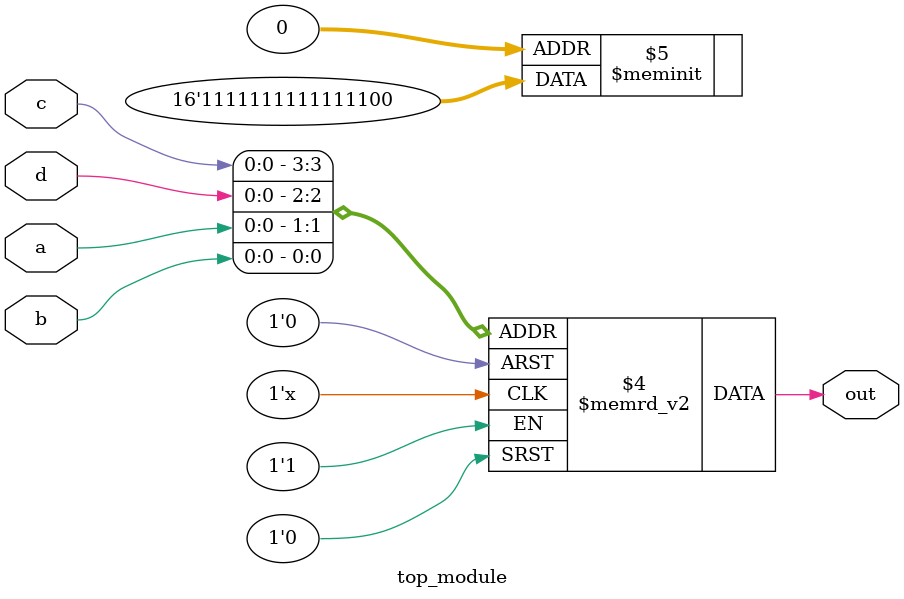
<source format=sv>
module top_module (
	input a, 
	input b,
	input c,
	input d,
	output reg out
);
	always @(a, b, c, d)
	begin
		case ({c, d, a, b})
			4'b0_0_0_0: out = 1'b0;
			4'b0_0_0_1: out = 1'b0;
			4'b0_0_1_0: out = 1'b1;
			4'b0_0_1_1: out = 1'b1;
			4'b0_1_0_0: out = 1'b1;
			4'b0_1_0_1: out = 1'b1;
			4'b0_1_1_0: out = 1'b1;
			4'b0_1_1_1: out = 1'b1;
			4'b1_0_0_0: out = 1'b1;
			4'b1_0_0_1: out = 1'b1;
			4'b1_0_1_0: out = 1'b1;
			4'b1_0_1_1: out = 1'b1;
			4'b1_1_0_0: out = 1'b1;
			4'b1_1_0_1: out = 1'b1;
			4'b1_1_1_0: out = 1'b1;
			4'b1_1_1_1: out = 1'b1;
		endcase
	end
endmodule

</source>
